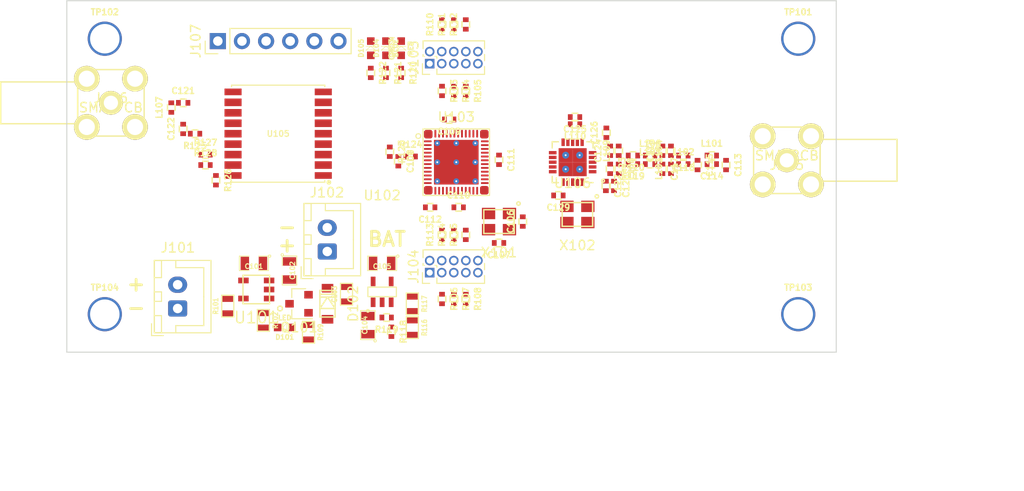
<source format=kicad_pcb>
(kicad_pcb (version 20211014) (generator pcbnew)
  (layers (0 "F.Cu" signal) (1 "In1.Cu" signal) (2 "In2.Cu" signal) (31 "B.Cu" signal) (34 "B.Paste" user) (35 "F.Paste" user) (36 "B.SilkS" user "B.Silkscreen") (37 "F.SilkS" user "F.Silkscreen") (38 "B.Mask" user) (39 "F.Mask" user) (44 "Edge.Cuts" user))
  (net 0 "")
  (net 1 "GND")
  (net 2 "Net-(C102-Pad2)")
  (net 3 "VCC")
  (net 4 "+3V3")
  (net 5 "/~{MCLR}")
  (net 6 "Net-(D101-PadK)")
  (net 7 "/PGD")
  (net 8 "/PGC")
  (net 9 "Net-(R101-Pad2)")
  (net 10 "Net-(R102-Pad1)")
  (net 11 "/BMON")
  (net 12 "+5V")
  (net 13 "Net-(C121-Pad1)")
  (net 14 "Net-(C121-Pad2)")
  (net 23 "Net-(C114-Pad1)")
  (net 24 "Net-(C117-Pad2)")
  (net 25 "/RF_SYSCLK")
  (net 26 "/~{RF_CS}")
  (net 27 "/RF_CLK")
  (net 28 "/RF_MISO")
  (net 29 "/RF_MOSI")
  (net 30 "/RF_IRQ")
  (net 31 "/GPS_SDA")
  (net 32 "/GPS_SCL")
  (net 33 "/GPS_TXD")
  (net 34 "/GPS_RXD")
  (net 35 "/GPS_WAKE")
  (net 36 "/GPS_~{RST}")
  (net 38 "Net-(C106-Pad1)")
  (net 39 "Net-(C107-Pad1)")
  (net 40 "Net-(C113-Pad2)")
  (net 41 "Net-(C116-Pad1)")
  (net 42 "Net-(C119-Pad1)")
  (net 43 "Net-(C119-Pad2)")
  (net 44 "Net-(C120-Pad1)")
  (net 45 "Net-(C120-Pad2)")
  (net 46 "Net-(C122-Pad2)")
  (net 47 "Net-(C125-Pad1)")
  (net 48 "Net-(C125-Pad2)")
  (net 49 "Net-(D103-PadA)")
  (net 50 "Net-(D104-PadA)")
  (net 51 "Net-(D105-PadA)")
  (net 55 "Net-(U106-Pad19)")
  (net 56 "Net-(U106-Pad20)")
  (net 58 "/GPS_PPS")
  (net 59 "/left_0")
  (net 60 "/left_1")
  (net 61 "/left_2")
  (net 62 "/left_3")
  (net 63 "/left_4")
  (net 64 "/left_5")
  (net 65 "Net-(J103-Pad3)")
  (net 66 "Net-(J103-Pad4)")
  (net 67 "Net-(J103-Pad5)")
  (net 68 "Net-(J103-Pad6)")
  (net 69 "Net-(J103-Pad7)")
  (net 70 "Net-(J103-Pad8)")
  (net 71 "Net-(J104-Pad3)")
  (net 72 "Net-(J104-Pad4)")
  (net 73 "Net-(J104-Pad5)")
  (net 74 "Net-(J104-Pad6)")
  (net 75 "Net-(J104-Pad7)")
  (net 76 "Net-(J104-Pad8)")
  (net 77 "/right_3")
  (net 78 "/right_4")
  (net 79 "/right_5")
  (net 80 "/right_0")
  (net 81 "/right_1")
  (net 82 "/right_2")
  (net 83 "Net-(R120-Pad1)")
  (net 84 "Net-(R122-Pad1)")
  (net 85 "Net-(R118-Pad2)")
  (net 86 "Net-(R121-Pad1)")
  (net 87 "Net-(R124-Pad1)")
  (net 88 "Net-(R125-Pad2)")
  (net 89 "Net-(R126-Pad2)")
  (footprint "General_SMD:SM0402" (layer "F.Cu") (at 121.9 93.3)
    (fp_text reference "C116" (at 0 1.27) (layer "F.SilkS") (effects (font (size 0.635 0.635))))
    (fp_text value "12pF" hide)
    (pad "1" smd rect locked (at -0.5 0) (size 0.5 0.6) (layers "F.Cu" "F.Paste" "F.Mask") (net 41 "Net-(C116-Pad1)"))
    (pad "2" smd rect locked (at 0.5 0) (size 0.5 0.6) (layers "F.Cu" "F.Paste" "F.Mask") (net 23 "Net-(C114-Pad1)"))
  )
  (footprint "Mounting_Holes:3.1mm_Plated" (layer "F.Cu") (at 134 110)
    (fp_text reference "TP103" (at 0 -2.8) (layer "F.SilkS") (effects (font (size 0.635 0.635))))
    (fp_text value "TP1")
    (pad "1" thru_hole circle locked (at 0 0) (size 3.6 3.6) (drill 3.1) (layers *.Cu *.Mask) (net 1 "GND") (clearance 0.3))
  )
  (footprint "General_SMD:SM0402" (layer "F.Cu") (at 99 79.5 -90)
    (fp_text reference "R112" (at 0 1.27 -90) (layer "F.SilkS") (effects (font (size 0.635 0.635))))
    (fp_text value "100" hide)
    (pad "1" smd rect locked (at -0.5 0 270) (size 0.5 0.6) (layers "F.Cu" "F.Paste" "F.Mask") (net 61 "/left_2"))
    (pad "2" smd rect locked (at 0.5 0 270) (size 0.5 0.6) (layers "F.Cu" "F.Paste" "F.Mask") (net 70 "Net-(J103-Pad8)"))
  )
  (footprint "Connectors_RF:SMA_RA_PCB_Amphenol" (layer "F.Cu") (at 132.8 93.8)
    (fp_text reference "J105" (at 0 0.5) (layer "F.SilkS"))
    (fp_text value "SMA_PCB" (at 0 -0.5) (layer "F.SilkS"))
    (pad "1" thru_hole circle locked (at 0 0) (size 2.5 2.5) (drill 1.5) (layers *.Cu *.Mask "F.SilkS") (net 40 "Net-(C113-Pad2)"))
    (pad "2" thru_hole circle locked (at -2.54 2.54) (size 2.7 2.7) (drill 1.7) (layers *.Cu *.Mask "F.SilkS") (net 1 "GND"))
    (pad "2" thru_hole circle locked (at 2.54 -2.54) (size 2.7 2.7) (drill 1.7) (layers *.Cu *.Mask "F.SilkS") (net 1 "GND"))
    (pad "2" thru_hole circle locked (at -2.54 -2.54) (size 2.7 2.7) (drill 1.7) (layers *.Cu *.Mask "F.SilkS") (net 1 "GND"))
    (pad "2" thru_hole circle locked (at 2.54 2.54) (size 2.7 2.7) (drill 1.7) (layers *.Cu *.Mask "F.SilkS") (net 1 "GND"))
  )
  (footprint "General_SMD:SM0402" (layer "F.Cu") (at 115.1 92.8 -90)
    (fp_text reference "L109" (at 0 1.27 -90) (layer "F.SilkS") (effects (font (size 0.635 0.635))))
    (fp_text value "150nH" hide)
    (pad "1" smd rect locked (at -0.5 0 270) (size 0.5 0.6) (layers "F.Cu" "F.Paste" "F.Mask") (net 1 "GND"))
    (pad "2" smd rect locked (at 0.5 0 270) (size 0.5 0.6) (layers "F.Cu" "F.Paste" "F.Mask") (net 44 "Net-(C120-Pad1)"))
  )
  (footprint "General_SMD:SM0402" (layer "F.Cu") (at 97.75 101.65 -90)
    (fp_text reference "R114" (at 0 1.27 -90) (layer "F.SilkS") (effects (font (size 0.635 0.635))))
    (fp_text value "100" hide)
    (pad "1" smd rect locked (at -0.5 0 270) (size 0.5 0.6) (layers "F.Cu" "F.Paste" "F.Mask") (net 81 "/right_1"))
    (pad "2" smd rect locked (at 0.5 0 270) (size 0.5 0.6) (layers "F.Cu" "F.Paste" "F.Mask") (net 74 "Net-(J104-Pad6)"))
  )
  (footprint "General_SMD:LED-0603" (layer "F.Cu") (at 79.945 111.4 180)
    (fp_text reference "D101" (at 0 -1.016) (layer "F.SilkS") (effects (font (size 0.508 0.508) (thickness 0.127))))
    (fp_text value "LED" (at 0 1.016) (layer "F.SilkS") (effects (font (size 0.508 0.508) (thickness 0.127))))
    (pad "A" smd rect locked (at -0.7493 0 180) (size 0.79756 0.79756) (layers "F.Cu" "F.Paste" "F.Mask") (net 12 "+5V"))
    (pad "K" smd rect locked (at 0.7493 0 180) (size 0.79756 0.79756) (layers "F.Cu" "F.Paste" "F.Mask") (net 6 "Net-(D101-PadK)"))
  )
  (footprint "Connector_JST:JST_XH_B2B-XH-A_1x02_P2.50mm_Vertical" (layer "F.Cu") (at 68.67 109.4 90)
    (fp_text reference "J101" (at 6.4 0.025 180) (layer "F.SilkS"))
    (fp_text value "5V Connector")
    (pad "1" thru_hole roundrect (at 0 0 90) (size 1.7 2) (drill 1) (layers *.Cu *.Mask) (roundrect_rratio 0.147059) (net 1 "GND"))
    (pad "2" thru_hole oval (at 2.5 0 90) (size 1.7 2) (drill 1) (layers *.Cu *.Mask) (net 12 "+5V"))
  )
  (footprint "QFN:DSPIC33_QFN48_UTPQF_6x6_0.4mm" (layer "F.Cu") (at 98 94)
    (fp_text reference "U103" (at 0 -4.75 unlocked) (layer "F.SilkS"))
    (fp_text value "DSPIC33CK64MC105" hide)
    (pad "1" smd roundrect (at -3 -2.2) (size 0.8 0.2) (layers "F.Cu" "F.Paste" "F.Mask") (net 35 "/GPS_WAKE"))
    (pad "2" smd roundrect (at -3 -1.8) (size 0.8 0.2) (layers "F.Cu" "F.Paste" "F.Mask") (net 58 "/GPS_PPS"))
    (pad "3" smd roundrect (at -3 -1.4) (size 0.8 0.2) (layers "F.Cu" "F.Paste" "F.Mask") (net 34 "/GPS_RXD"))
    (pad "4" smd roundrect (at -3 -1) (size 0.8 0.2) (layers "F.Cu" "F.Paste" "F.Mask") (net 33 "/GPS_TXD"))
    (pad "5" smd roundrect (at -3 -0.6) (size 0.8 0.2) (layers "F.Cu" "F.Paste" "F.Mask") (net 87 "Net-(R124-Pad1)"))
    (pad "6" smd roundrect (at -3 -0.2) (size 0.8 0.2) (layers "F.Cu" "F.Paste" "F.Mask") (net 59 "/left_0"))
    (pad "7" smd roundrect (at -3 0.2) (size 0.8 0.2) (layers "F.Cu" "F.Paste" "F.Mask") (net 60 "/left_1"))
    (pad "8" smd roundrect (at -3 0.6) (size 0.8 0.2) (layers "F.Cu" "F.Paste" "F.Mask") (net 61 "/left_2"))
    (pad "9" smd roundrect (at -3 1) (size 0.8 0.2) (layers "F.Cu" "F.Paste" "F.Mask") (net 62 "/left_3"))
    (pad "10" smd roundrect (at -3 1.4) (size 0.8 0.2) (layers "F.Cu" "F.Paste" "F.Mask") (net 63 "/left_4"))
    (pad "11" smd roundrect (at -3 1.8) (size 0.8 0.2) (layers "F.Cu" "F.Paste" "F.Mask") (net 64 "/left_5"))
    (pad "12" smd roundrect (at -3 2.2) (size 0.8 0.2) (layers "F.Cu" "F.Paste" "F.Mask") (net 11 "/BMON"))
    (pad "13" smd roundrect (at -2.2 3 90) (size 0.8 0.2) (layers "F.Cu" "F.Paste" "F.Mask") (net 4 "+3V3"))
    (pad "14" smd roundrect (at -1.8 3 90) (size 0.8 0.2) (layers "F.Cu" "F.Paste" "F.Mask") (net 1 "GND"))
    (pad "15" smd roundrect (at -1.4 3 90) (size 0.8 0.2) (layers "F.Cu" "F.Paste" "F.Mask") (net 30 "/RF_IRQ"))
    (pad "16" smd roundrect (at -1 3 90) (size 0.8 0.2) (layers "F.Cu" "F.Paste" "F.Mask") (net 80 "/right_0"))
    (pad "17" smd roundrect (at -0.6 3 90) (size 0.8 0.2) (layers "F.Cu" "F.Paste" "F.Mask") (net 81 "/right_1"))
    (pad "18" smd roundrect (at -0.2 3 90) (size 0.8 0.2) (layers "F.Cu" "F.Paste" "F.Mask") (net 4 "+3V3"))
    (pad "19" smd roundrect (at 0.2 3 90) (size 0.8 0.2) (layers "F.Cu" "F.Paste" "F.Mask") (net 1 "GND"))
    (pad "20" smd roundrect (at 0.6 3 90) (size 0.8 0.2) (layers "F.Cu" "F.Paste" "F.Mask") (net 82 "/right_2"))
    (pad "21" smd roundrect (at 1 3 90) (size 0.8 0.2) (layers "F.Cu" "F.Paste" "F.Mask") (net 39 "Net-(C107-Pad1)"))
    (pad "22" smd roundrect (at 1.4 3 90) (size 0.8 0.2) (layers "F.Cu" "F.Paste" "F.Mask") (net 38 "Net-(C106-Pad1)"))
    (pad "23" smd roundrect (at 1.8 3 90) (size 0.8 0.2) (layers "F.Cu" "F.Paste" "F.Mask") (net 77 "/right_3"))
    (pad "24" smd roundrect (at 2.2 3 90) (size 0.8 0.2) (layers "F.Cu" "F.Paste" "F.Mask") (net 78 "/right_4"))
    (pad "25" smd roundrect (at 3 2.2) (size 0.8 0.2) (layers "F.Cu" "F.Paste" "F.Mask") (net 79 "/right_5"))
    (pad "26" smd roundrect (at 3 1.8) (size 0.8 0.2) (layers "F.Cu" "F.Paste" "F.Mask"))
    (pad "27" smd roundrect (at 3 1.4) (size 0.8 0.2) (layers "F.Cu" "F.Paste" "F.Mask") (net 26 "/~{RF_CS}"))
    (pad "28" smd roundrect (at 3 1) (size 0.8 0.2) (layers "F.Cu" "F.Paste" "F.Mask") (net 27 "/RF_CLK"))
    (pad "29" smd roundrect (at 3 0.6) (size 0.8 0.2) (layers "F.Cu" "F.Paste" "F.Mask") (net 28 "/RF_MISO"))
    (pad "30" smd roundrect (at 3 0.2) (size 0.8 0.2) (layers "F.Cu" "F.Paste" "F.Mask") (net 29 "/RF_MOSI"))
    (pad "31" smd roundrect (at 3 -0.2) (size 0.8 0.2) (layers "F.Cu" "F.Paste" "F.Mask") (net 1 "GND"))
    (pad "32" smd roundrect (at 3 -0.6) (size 0.8 0.2) (layers "F.Cu" "F.Paste" "F.Mask") (net 4 "+3V3"))
    (pad "33" smd roundrect (at 3 -1) (size 0.8 0.2) (layers "F.Cu" "F.Paste" "F.Mask") (net 7 "/PGD"))
    (pad "34" smd roundrect (at 3 -1.4) (size 0.8 0.2) (layers "F.Cu" "F.Paste" "F.Mask") (net 8 "/PGC"))
    (pad "35" smd roundrect (at 3 -1.8) (size 0.8 0.2) (layers "F.Cu" "F.Paste" "F.Mask"))
    (pad "36" smd roundrect (at 3 -2.2) (size 0.8 0.2) (layers "F.Cu" "F.Paste" "F.Mask") (net 32 "/GPS_SCL"))
    (pad "37" smd roundrect (at 2.2 -3 90) (size 0.8 0.2) (layers "F.Cu" "F.Paste" "F.Mask") (net 31 "/GPS_SDA"))
    (pad "38" smd roundrect (at 1.8 -3 90) (size 0.8 0.2) (layers "F.Cu" "F.Paste" "F.Mask"))
    (pad "39" smd roundrect (at 1.4 -3 90) (size 0.8 0.2) (layers "F.Cu" "F.Paste" "F.Mask"))
    (pad "40" smd roundrect (at 1 -3 90) (size 0.8 0.2) (layers "F.Cu" "F.Paste" "F.Mask"))
    (pad "41" smd roundrect (at 0.6 -3 90) (size 0.8 0.2) (layers "F.Cu" "F.Paste" "F.Mask"))
    (pad "42" smd roundrect (at 0.2 -3 90) (size 0.8 0.2) (layers "F.Cu" "F.Paste" "F.Mask") (net 1 "GND"))
    (pad "43" smd roundrect (at -0.2 -3 90) (size 0.8 0.2) (layers "F.Cu" "F.Paste" "F.Mask") (net 4 "+3V3"))
    (pad "44" smd roundrect (at -0.6 -3 90) (size 0.8 0.2) (layers "F.Cu" "F.Paste" "F.Mask"))
    (pad "45" smd roundrect (at -1 -3 90) (size 0.8 0.2) (layers "F.Cu" "F.Paste" "F.Mask"))
    (pad "46" smd roundrect (at -1.4 -3 90) (size 0.8 0.2) (layers "F.Cu" "F.Paste" "F.Mask") (net 83 "Net-(R120-Pad1)"))
    (pad "47" smd roundrect (at -1.8 -3 90) (size 0.8 0.2) (layers "F.Cu" "F.Paste" "F.Mask") (net 86 "Net-(R121-Pad1)"))
    (pad "48" smd roundrect (at -2.2 -3 90) (size 0.8 0.2) (layers "F.Cu" "F.Paste" "F.Mask") (net 84 "Net-(R122-Pad1)"))
    (pad "49" smd roundrect (at -2.95 -2.95 90) (size 0.9 0.9) (layers "F.Cu" "F.Paste" "F.Mask") (net 1 "GND"))
    (pad "49" thru_hole circle (at 0 2 90) (size 0.6 0.6) (drill 0.2) (layers *.Cu *.Mask) (net 1 "GND"))
    (pad "49" smd rect (at 0 0 90) (size 4.7 4.7) (layers "F.Cu" "F.Paste" "F.Mask") (net 1 "GND"))
    (pad "49" thru_hole circle (at 0 -2 90) (size 0.6 0.6) (drill 0.2) (layers *.Cu *.Mask) (net 1 "GND"))
    (pad "49" thru_hole circle (at -2 0 90) (size 0.6 0.6) (drill 0.2) (layers *.Cu *.Mask) (net 1 "GND"))
    (pad "49" thru_hole circle (at 0 0 90) (size 0.6 0.6) (drill 0.2) (layers *.Cu *.Mask) (net 1 "GND"))
    (pad "49" thru_hole circle (at -2 2 90) (size 0.6 0.6) (drill 0.2) (layers *.Cu *.Mask) (net 1 "GND"))
    (pad "49" thru_hole circle (at 2 0 90) (size 0.6 0.6) (drill 0.2) (layers *.Cu *.Mask) (net 1 "GND"))
    (pad "49" thru_hole circle (at -2 -2 90) (size 0.6 0.6) (drill 0.2) (layers *.Cu *.Mask) (net 1 "GND"))
    (pad "49" smd roundrect (at 2.95 2.95 90) (size 0.9 0.9) (layers "F.Cu" "F.Paste" "F.Mask") (net 1 "GND"))
    (pad "49" smd roundrect (at -2.95 2.95 90) (size 0.9 0.9) (layers "F.Cu" "F.Paste" "F.Mask") (net 1 "GND"))
    (pad "49" thru_hole circle (at 2 2 90) (size 0.6 0.6) (drill 0.2) (layers *.Cu *.Mask) (net 1 "GND"))
    (pad "49" smd roundrect (at 2.95 -2.95 90) (size 0.9 0.9) (layers "F.Cu" "F.Paste" "F.Mask") (net 1 "GND"))
    (pad "49" thru_hole circle (at 2 -2 90) (size 0.6 0.6) (drill 0.2) (layers *.Cu *.Mask) (net 1 "GND"))
  )
  (footprint "General_SMD:SM0402" (layer "F.Cu") (at 97.75 86.5 90)
    (fp_text reference "R104" (at 0 1.27 90) (layer "F.SilkS") (effects (font (size 0.635 0.635))))
    (fp_text value "100" hide)
    (pad "1" smd rect locked (at -0.5 0 90) (size 0.5 0.6) (layers "F.Cu" "F.Paste" "F.Mask") (net 63 "/left_4"))
    (pad "2" smd rect locked (at 0.5 0 90) (size 0.5 0.6) (layers "F.Cu" "F.Paste" "F.Mask") (net 67 "Net-(J103-Pad5)"))
  )
  (footprint "General_SMD:SM0402" (layer "F.Cu") (at 102.5 102.5)
    (fp_text reference "C107" (at 0 1.27) (layer "F.SilkS") (effects (font (size 0.635 0.635))))
    (fp_text value "8pF" hide)
    (pad "1" smd rect locked (at -0.5 0) (size 0.5 0.6) (layers "F.Cu" "F.Paste" "F.Mask") (net 39 "Net-(C107-Pad1)"))
    (pad "2" smd rect locked (at 0.5 0) (size 0.5 0.6) (layers "F.Cu" "F.Paste" "F.Mask") (net 1 "GND"))
  )
  (footprint "General_SMD:SM0402" (layer "F.Cu") (at 96.5 101.65 -90)
    (fp_text reference "R113" (at 0 1.27 -90) (layer "F.SilkS") (effects (font (size 0.635 0.635))))
    (fp_text value "100" hide)
    (pad "1" smd rect locked (at -0.5 0 270) (size 0.5 0.6) (layers "F.Cu" "F.Paste" "F.Mask") (net 80 "/right_0"))
    (pad "2" smd rect locked (at 0.5 0 270) (size 0.5 0.6) (layers "F.Cu" "F.Paste" "F.Mask") (net 72 "Net-(J104-Pad4)"))
  )
  (footprint "General_SMD:SM0805" (layer "F.Cu") (at 76.695 104.65 180)
    (fp_text reference "C101" (at 0 -0.3175 180) (layer "F.SilkS") (effects (font (size 0.50038 0.50038) (thickness 0.10922))))
    (fp_text value "4.7uF" hide)
    (pad "1" smd rect locked (at -0.9525 0 180) (size 0.889 1.397) (layers "F.Cu" "F.Paste" "F.Mask") (net 1 "GND"))
    (pad "2" smd rect locked (at 0.9525 0 180) (size 0.889 1.397) (layers "F.Cu" "F.Paste" "F.Mask") (net 12 "+5V"))
  )
  (footprint "General_SMD:LED-0603" (layer "F.Cu") (at 92.2 82 90)
    (fp_text reference "D103" (at 0 -1.016 90) (layer "F.SilkS") (effects (font (size 0.508 0.508) (thickness 0.127))))
    (fp_text value "RED" (at 0 1.016 90) (layer "F.SilkS") (effects (font (size 0.508 0.508) (thickness 0.127))))
    (pad "A" smd rect locked (at -0.7493 0 90) (size 0.79756 0.79756) (layers "F.Cu" "F.Paste" "F.Mask") (net 49 "Net-(D103-PadA)"))
    (pad "K" smd rect locked (at 0.7493 0 90) (size 0.79756 0.79756) (layers "F.Cu" "F.Paste" "F.Mask") (net 1 "GND"))
  )
  (footprint "General_SMD:SM0603" (layer "F.Cu") (at 82.445 111.9 -90)
    (fp_text reference "R109" (at 0 -1.27 -90) (layer "F.SilkS") (effects (font (size 0.508 0.4572) (thickness 0.1143))))
    (fp_text value "12k" hide)
    (pad "1" smd rect locked (at -0.762 0 270) (size 0.635 1.143) (layers "F.Cu" "F.Paste" "F.Mask") (net 12 "+5V"))
    (pad "2" smd rect locked (at 0.762 0 270) (size 0.635 1.143) (layers "F.Cu" "F.Paste" "F.Mask") (net 1 "GND"))
  )
  (footprint "General_SMD:SM0402" (layer "F.Cu") (at 124.9 94.2)
    (fp_text reference "C114" (at 0 1.27) (layer "F.SilkS") (effects (font (size 0.635 0.635))))
    (fp_text value "6.8pF" hide)
    (pad "1" smd rect locked (at -0.5 0) (size 0.5 0.6) (layers "F.Cu" "F.Paste" "F.Mask") (net 23 "Net-(C114-Pad1)"))
    (pad "2" smd rect locked (at 0.5 0) (size 0.5 0.6) (layers "F.Cu" "F.Paste" "F.Mask") (net 40 "Net-(C113-Pad2)"))
  )
  (footprint "General_SMD:SM0402" (layer "F.Cu") (at 69.25 87.75 180)
    (fp_text reference "C121" (at 0 1.27 180) (layer "F.SilkS") (effects (font (size 0.635 0.635))))
    (fp_text value "10pF" hide)
    (pad "1" smd rect locked (at -0.5 0 180) (size 0.5 0.6) (layers "F.Cu" "F.Paste" "F.Mask") (net 13 "Net-(C121-Pad1)"))
    (pad "2" smd rect locked (at 0.5 0 180) (size 0.5 0.6) (layers "F.Cu" "F.Paste" "F.Mask") (net 14 "Net-(C121-Pad2)"))
  )
  (footprint "General_SMD:SM0402" (layer "F.Cu") (at 102.5 93.75 90)
    (fp_text reference "C111" (at 0 1.27 90) (layer "F.SilkS") (effects (font (size 0.635 0.635))))
    (fp_text value "100nF" hide)
    (pad "1" smd rect locked (at -0.5 0 90) (size 0.5 0.6) (layers "F.Cu" "F.Paste" "F.Mask") (net 1 "GND"))
    (pad "2" smd rect locked (at 0.5 0 90) (size 0.5 0.6) (layers "F.Cu" "F.Paste" "F.Mask") (net 4 "+3V3"))
  )
  (footprint "General_SMD:SM0402" (layer "F.Cu") (at 68 88.25 -90)
    (fp_text reference "L107" (at 0 1.27 -90) (layer "F.SilkS") (effects (font (size 0.635 0.635))))
    (fp_text value "IND_0402" hide)
    (pad "1" smd rect locked (at -0.5 0 270) (size 0.5 0.6) (layers "F.Cu" "F.Paste" "F.Mask") (net 14 "Net-(C121-Pad2)"))
    (pad "2" smd rect locked (at 0.5 0 270) (size 0.5 0.6) (layers "F.Cu" "F.Paste" "F.Mask") (net 46 "Net-(C122-Pad2)"))
  )
  (footprint "General_SMD:SM0805" (layer "F.Cu") (at 88.695 111.15 90)
    (fp_text reference "C104" (at 0 -0.3175 90) (layer "F.SilkS") (effects (font (size 0.50038 0.50038) (thickness 0.10922))))
    (fp_text value "4.7uF" hide)
    (pad "1" smd rect locked (at -0.9525 0 90) (size 0.889 1.397) (layers "F.Cu" "F.Paste" "F.Mask") (net 1 "GND"))
    (pad "2" smd rect locked (at 0.9525 0 90) (size 0.889 1.397) (layers "F.Cu" "F.Paste" "F.Mask") (net 3 "VCC"))
  )
  (footprint "General_SMD:SM0402" (layer "F.Cu") (at 70.499999 90.999999)
    (fp_text reference "R125" (at 0 1.27) (layer "F.SilkS") (effects (font (size 0.635 0.635))))
    (fp_text value "10R" hide)
    (pad "1" smd rect locked (at -0.5 0) (size 0.5 0.6) (layers "F.Cu" "F.Paste" "F.Mask") (net 46 "Net-(C122-Pad2)"))
    (pad "2" smd rect locked (at 0.5 0) (size 0.5 0.6) (layers "F.Cu" "F.Paste" "F.Mask") (net 88 "Net-(R125-Pad2)"))
  )
  (footprint "Connectors_RF:SMA_RA_PCB_Amphenol" (layer "F.Cu") (at 61.6425 87.75 180)
    (fp_text reference "J106" (at 0 0.5) (layer "F.SilkS"))
    (fp_text value "SMA_PCB" (at 0 -0.5) (layer "F.SilkS"))
    (pad "1" thru_hole circle locked (at 0 0 180) (size 2.5 2.5) (drill 1.5) (layers *.Cu *.Mask "F.SilkS") (net 14 "Net-(C121-Pad2)"))
    (pad "2" thru_hole circle locked (at 2.54 2.54 180) (size 2.7 2.7) (drill 1.7) (layers *.Cu *.Mask "F.SilkS") (net 1 "GND"))
    (pad "2" thru_hole circle locked (at -2.54 -2.54 180) (size 2.7 2.7) (drill 1.7) (layers *.Cu *.Mask "F.SilkS") (net 1 "GND"))
    (pad "2" thru_hole circle locked (at 2.54 -2.54 180) (size 2.7 2.7) (drill 1.7) (layers *.Cu *.Mask "F.SilkS") (net 1 "GND"))
    (pad "2" thru_hole circle locked (at -2.54 2.54 180) (size 2.7 2.7) (drill 1.7) (layers *.Cu *.Mask "F.SilkS") (net 1 "GND"))
  )
  (footprint "General_SMD:SM0402" (layer "F.Cu") (at 93.2 93.4 180)
    (fp_text reference "R124" (at 0 1.27 180) (layer "F.SilkS") (effects (font (size 0.635 0.635))))
    (fp_text value "470" hide)
    (pad "1" smd rect locked (at -0.5 0 180) (size 0.5 0.6) (layers "F.Cu" "F.Paste" "F.Mask") (net 87 "Net-(R124-Pad1)"))
    (pad "2" smd rect locked (at 0.5 0 180) (size 0.5 0.6) (layers "F.Cu" "F.Paste" "F.Mask") (net 5 "/~{MCLR}"))
  )
  (footprint "General_SMD:LED-0603" (layer "F.Cu") (at 90.6 82 90)
    (fp_text reference "D104" (at 0 -1.016 90) (layer "F.SilkS") (effects (font (size 0.508 0.508) (thickness 0.127))))
    (fp_text value "BLUE" (at 0 1.016 90) (layer "F.SilkS") (effects (font (size 0.508 0.508) (thickness 0.127))))
    (pad "A" smd rect locked (at -0.7493 0 90) (size 0.79756 0.79756) (layers "F.Cu" "F.Paste" "F.Mask") (net 50 "Net-(D104-PadA)"))
    (pad "K" smd rect locked (at 0.7493 0 90) (size 0.79756 0.79756) (layers "F.Cu" "F.Paste" "F.Mask") (net 1 "GND"))
  )
  (footprint "Mounting_Holes:3.1mm_Plated" (layer "F.Cu") (at 134 81)
    (fp_text reference "TP101" (at 0 -2.8) (layer "F.SilkS") (effects (font (size 0.635 0.635))))
    (fp_text value "TP1")
    (pad "1" thru_hole circle locked (at 0 0) (size 3.6 3.6) (drill 3.1) (layers *.Cu *.Mask) (net 1 "GND") (clearance 0.3))
  )
  (footprint "General_SMD:LED-0603" (layer "F.Cu") (at 89 82 90)
    (fp_text reference "D105" (at 0 -1.016 90) (layer "F.SilkS") (effects (font (size 0.508 0.508) (thickness 0.127))))
    (fp_text value "GREEN" (at 0 2.216 90) (layer "F.SilkS") (effects (font (size 0.508 0.508) (thickness 0.127))))
    (pad "A" smd rect locked (at -0.7493 0 90) (size 0.79756 0.79756) (layers "F.Cu" "F.Paste" "F.Mask") (net 51 "Net-(D105-PadA)"))
    (pad "K" smd rect locked (at 0.7493 0 90) (size 0.79756 0.79756) (layers "F.Cu" "F.Paste" "F.Mask") (net 1 "GND"))
  )
  (footprint "SOT:SOT23-5" (layer "F.Cu") (at 76.945 107.4 90)
    (fp_text reference "U101" (at -2.95 0) (layer "F.SilkS") (effects (font (size 1.2 1.2))))
    (fp_text value "MCP73821_2_SOT-23-5")
    (pad "1" smd rect locked (at -0.95 1.35 90) (size 0.6 1.1) (layers "F.Cu" "F.Paste" "F.Mask") (net 10 "Net-(R102-Pad1)"))
    (pad "2" smd rect locked (at 0 1.35 90) (size 0.6 1.1) (layers "F.Cu" "F.Paste" "F.Mask") (net 1 "GND"))
    (pad "3" smd rect locked (at 0.95 1.35 90) (size 0.6 1.1) (layers "F.Cu" "F.Paste" "F.Mask") (net 2 "Net-(C102-Pad2)"))
    (pad "4" smd rect locked (at 0.95 -1.35 90) (size 0.6 1.1) (layers "F.Cu" "F.Paste" "F.Mask") (net 12 "+5V"))
    (pad "5" smd rect locked (at -0.95 -1.35 90) (size 0.6 1.1) (layers "F.Cu" "F.Paste" "F.Mask") (net 9 "Net-(R101-Pad2)"))
  )
  (footprint "General_SMD:SM0402" (layer "F.Cu") (at 119.7 94.7 90)
    (fp_text reference "C117" (at 0 1.27 90) (layer "F.SilkS") (effects (font (size 0.635 0.635))))
    (fp_text value "12pF" hide)
    (pad "1" smd rect locked (at -0.5 0 90) (size 0.5 0.6) (layers "F.Cu" "F.Paste" "F.Mask") (net 1 "GND"))
    (pad "2" smd rect locked (at 0.5 0 90) (size 0.5 0.6) (layers "F.Cu" "F.Paste" "F.Mask") (net 24 "Net-(C117-Pad2)"))
  )
  (footprint "General_SMD:SM0402" (layer "F.Cu") (at 96.5 86.5 90)
    (fp_text reference "R103" (at 0 1.27 90) (layer "F.SilkS") (effects (font (size 0.635 0.635))))
    (fp_text value "100" hide)
    (pad "1" smd rect locked (at -0.5 0 90) (size 0.5 0.6) (layers "F.Cu" "F.Paste" "F.Mask") (net 62 "/left_3"))
    (pad "2" smd rect locked (at 0.5 0 90) (size 0.5 0.6) (layers "F.Cu" "F.Paste" "F.Mask") (net 65 "Net-(J103-Pad3)"))
  )
  (footprint "General_SMD:SM0402" (layer "F.Cu") (at 69.25 90.5 -90)
    (fp_text reference "C122" (at 0 1.27 -90) (layer "F.SilkS") (effects (font (size 0.635 0.635))))
    (fp_text value "10pF" hide)
    (pad "1" smd rect locked (at -0.5 0 270) (size 0.5 0.6) (layers "F.Cu" "F.Paste" "F.Mask") (net 1 "GND"))
    (pad "2" smd rect locked (at 0.5 0 270) (size 0.5 0.6) (layers "F.Cu" "F.Paste" "F.Mask") (net 46 "Net-(C122-Pad2)"))
  )
  (footprint "General_SMD:SM0402" (layer "F.Cu") (at 119.7 92.8 -90)
    (fp_text reference "C118" (at 0 1.27 -90) (layer "F.SilkS") (effects (font (size 0.635 0.635))))
    (fp_text value "NP" hide)
    (pad "1" smd rect locked (at -0.5 0 270) (size 0.5 0.6) (layers "F.Cu" "F.Paste" "F.Mask") (net 1 "GND"))
    (pad "2" smd rect locked (at 0.5 0 270) (size 0.5 0.6) (layers "F.Cu" "F.Paste" "F.Mask") (net 41 "Net-(C116-Pad1)"))
  )
  (footprint "General_SMD:SM0402" (layer "F.Cu") (at 110.5 89.25)
    (fp_text reference "C125" (at 0 1.27) (layer "F.SilkS") (effects (font (size 0.635 0.635))))
    (fp_text value "NP" hide)
    (pad "1" smd rect locked (at -0.5 0) (size 0.5 0.6) (layers "F.Cu" "F.Paste" "F.Mask") (net 47 "Net-(C125-Pad1)"))
    (pad "2" smd rect locked (at 0.5 0) (size 0.5 0.6) (layers "F.Cu" "F.Paste" "F.Mask") (net 48 "Net-(C125-Pad2)"))
  )
  (footprint "General_SMD:SM0402" (layer "F.Cu") (at 120.6 94.7 -90)
    (fp_text reference "L103" (at 0 1.27 -90) (layer "F.SilkS") (effects (font (size 0.635 0.635))))
    (fp_text value "NC" hide)
    (pad "1" smd rect locked (at -0.5 0 270) (size 0.5 0.6) (layers "F.Cu" "F.Paste" "F.Mask") (net 24 "Net-(C117-Pad2)"))
    (pad "2" smd rect locked (at 0.5 0 270) (size 0.5 0.6) (layers "F.Cu" "F.Paste" "F.Mask") (net 1 "GND"))
  )
  (footprint "General_SMD:SM0603" (layer "F.Cu") (at 86.445 107.9 90)
    (fp_text reference "C103" (at 0 -1.27 90) (layer "F.SilkS") (effects (font (size 0.508 0.4572) (thickness 0.1143))))
    (fp_text value "1uF" hide)
    (pad "1" smd rect locked (at -0.762 0 90) (size 0.635 1.143) (layers "F.Cu" "F.Paste" "F.Mask") (net 1 "GND"))
    (pad "2" smd rect locked (at 0.762 0 90) (size 0.635 1.143) (layers "F.Cu" "F.Paste" "F.Mask") (net 3 "VCC"))
  )
  (footprint "General_SMD:SM0402" (layer "F.Cu") (at 89 84.6 90)
    (fp_text reference "R122" (at 0 1.27 90) (layer "F.SilkS") (effects (font (size 0.635 0.635))))
    (fp_text value "330" hide)
    (pad "1" smd rect locked (at -0.5 0 90) (size 0.5 0.6) (layers "F.Cu" "F.Paste" "F.Mask") (net 84 "Net-(R122-Pad1)"))
    (pad "2" smd rect locked (at 0.5 0 90) (size 0.5 0.6) (layers "F.Cu" "F.Paste" "F.Mask") (net 51 "Net-(D105-PadA)"))
  )
  (footprint "General_SMD:SM0402" (layer "F.Cu") (at 71.6 93.2 180)
    (fp_text reference "R127" (at 0 1.27 180) (layer "F.SilkS") (effects (font (size 0.635 0.635))))
    (fp_text value "NC" hide)
    (pad "1" smd rect locked (at -0.5 0 180) (size 0.5 0.6) (layers "F.Cu" "F.Paste" "F.Mask") (net 31 "/GPS_SDA"))
    (pad "2" smd rect locked (at 0.5 0 180) (size 0.5 0.6) (layers "F.Cu" "F.Paste" "F.Mask") (net 4 "+3V3"))
  )
  (footprint "UBlox:MAX-M8" (layer "F.Cu") (at 79.25 91 180)
    (fp_text reference "U105" (at 0 0) (layer "F.SilkS") (effects (font (size 0.6096 0.6096) (thickness 0.12))))
    (fp_text value "MAX-M8")
    (pad "1" smd rect locked (at -4.75 -4.4 180) (size 1.8 0.7) (layers "F.Cu" "F.Paste" "F.Mask") (net 1 "GND"))
    (pad "2" smd rect locked (at -4.75 -3.3 180) (size 1.8 0.8) (layers "F.Cu" "F.Paste" "F.Mask") (net 33 "/GPS_TXD"))
    (pad "3" smd rect locked (at -4.75 -2.2 180) (size 1.8 0.8) (layers "F.Cu" "F.Paste" "F.Mask") (net 34 "/GPS_RXD"))
    (pad "4" smd rect locked (at -4.75 -1.1 180) (size 1.8 0.8) (layers "F.Cu" "F.Paste" "F.Mask") (net 58 "/GPS_PPS"))
    (pad "5" smd rect locked (at -4.75 0 180) (size 1.8 0.8) (layers "F.Cu" "F.Paste" "F.Mask") (net 35 "/GPS_WAKE"))
    (pad "6" smd rect locked (at -4.75 1.1 180) (size 1.8 0.8) (layers "F.Cu" "F.Paste" "F.Mask") (net 4 "+3V3"))
    (pad "7" smd rect locked (at -4.75 2.2 180) (size 1.8 0.8) (layers "F.Cu" "F.Paste" "F.Mask") (net 4 "+3V3"))
    (pad "8" smd rect locked (at -4.75 3.3 180) (size 1.8 0.8) (layers "F.Cu" "F.Paste" "F.Mask") (net 4 "+3V3"))
    (pad "9" smd rect locked (at -4.75 4.4 180) (size 1.8 0.7) (layers "F.Cu" "F.Paste" "F.Mask") (net 36 "/GPS_~{RST}"))
    (pad "10" smd rect locked (at 4.75 4.4 180) (size 1.8 0.7) (layers "F.Cu" "F.Paste" "F.Mask") (net 1 "GND"))
    (pad "11" smd rect locked (at 4.75 3.3 180) (size 1.8 0.8) (layers "F.Cu" "F.Paste" "F.Mask") (net 13 "Net-(C121-Pad1)"))
    (pad "12" smd rect locked (at 4.75 2.2 180) (size 1.8 0.8) (layers "F.Cu" "F.Paste" "F.Mask") (net 1 "GND"))
    (pad "13" smd rect locked (at 4.75 1.1 180) (size 1.8 0.8) (layers "F.Cu" "F.Paste" "F.Mask"))
    (pad "14" smd rect locked (at 4.75 0 180) (size 1.8 0.8) (layers "F.Cu" "F.Paste" "F.Mask") (net 88 "Net-(R125-Pad2)"))
    (pad "15" smd rect locked (at 4.75 -1.1 180) (size 1.8 0.8) (layers "F.Cu" "F.Paste" "F.Mask"))
    (pad "16" smd rect locked (at 4.75 -2.2 180) (size 1.8 0.8) (layers "F.Cu" "F.Paste" "F.Mask") (net 31 "/GPS_SDA"))
    (pad "17" smd rect locked (at 4.75 -3.3 180) (size 1.8 0.8) (layers "F.Cu" "F.Paste" "F.Mask") (net 32 "/GPS_SCL"))
    (pad "18" smd rect locked (at 4.75 -4.4 180) (size 1.8 0.7) (layers "F.Cu" "F.Paste" "F.Mask") (net 89 "Net-(R126-Pad2)"))
  )
  (footprint "General_SMD:SM0402" (layer "F.Cu") (at 72.7 95.9 90)
    (fp_text reference "R126" (at 0 1.27 90) (layer "F.SilkS") (effects (font (size 0.635 0.635))))
    (fp_text value "NC" hide)
    (pad "1" smd rect locked (at -0.5 0 90) (size 0.5 0.6) (layers "F.Cu" "F.Paste" "F.Mask") (net 1 "GND"))
    (pad "2" smd rect locked (at 0.5 0 90) (size 0.5 0.6) (layers "F.Cu" "F.Paste" "F.Mask") (net 89 "Net-(R126-Pad2)"))
  )
  (footprint "General_SMD:SM0402" (layer "F.Cu") (at 108.75 97.5)
    (fp_text reference "C129" (at 0 1.27) (layer "F.SilkS") (effects (font (size 0.635 0.635))))
    (fp_text value "100pF" hide)
    (pad "1" smd rect locked (at -0.5 0) (size 0.5 0.6) (layers "F.Cu" "F.Paste" "F.Mask") (net 1 "GND"))
    (pad "2" smd rect locked (at 0.5 0) (size 0.5 0.6) (layers "F.Cu" "F.Paste" "F.Mask") (net 4 "+3V3"))
  )
  (footprint "General_SMD:SM0402" (layer "F.Cu") (at 99 108.4 90)
    (fp_text reference "R108" (at 0 1.27 90) (layer "F.SilkS") (effects (font (size 0.635 0.635))))
    (fp_text value "100" hide)
    (pad "1" smd rect locked (at -0.5 0 90) (size 0.5 0.6) (layers "F.Cu" "F.Paste" "F.Mask") (net 79 "/right_5"))
    (pad "2" smd rect locked (at 0.5 0 90) (size 0.5 0.6) (layers "F.Cu" "F.Paste" "F.Mask") (net 75 "Net-(J104-Pad7)"))
  )
  (footprint "General_SMD:SOD-123" (layer "F.Cu") (at 84.445 108.9 -90)
    (fp_text reference "D102" (at 0 -2.7 90) (layer "F.SilkS"))
    (fp_text value "SCHOTTKY" hide)
    (pad "A" smd rect locked (at 1.635 0 270) (size 0.91 1.22) (layers "F.Cu" "F.Paste" "F.Mask") (net 12 "+5V"))
    (pad "K" smd rect locked (at -1.635 0 270) (size 0.91 1.22) (layers "F.Cu" "F.Paste" "F.Mask") (net 3 "VCC"))
  )
  (footprint "General_SMD:SM0402" (layer "F.Cu") (at 120.6 92.8 -90)
    (fp_text reference "L104" (at 0 1.27 -90) (layer "F.SilkS") (effects (font (size 0.635 0.635))))
    (fp_text value "68nH" hide)
    (pad "1" smd rect locked (at -0.5 0 270) (size 0.5 0.6) (layers "F.Cu" "F.Paste" "F.Mask") (net 1 "GND"))
    (pad "2" smd rect locked (at 0.5 0 270) (size 0.5 0.6) (layers "F.Cu" "F.Paste" "F.Mask") (net 41 "Net-(C116-Pad1)"))
  )
  (footprint "General_SMD:SM0402" (layer "F.Cu") (at 113.75 96.5 90)
    (fp_text reference "C127" (at 0 1.27 90) (layer "F.SilkS") (effects (font (size 0.635 0.635))))
    (fp_text value "100nF" hide)
    (pad "1" smd rect locked (at -0.5 0 90) (size 0.5 0.6) (layers "F.Cu" "F.Paste" "F.Mask") (net 1 "GND"))
    (pad "2" smd rect locked (at 0.5 0 90) (size 0.5 0.6) (layers "F.Cu" "F.Paste" "F.Mask") (net 4 "+3V3"))
  )
  (footprint "General_SMD:SM0402" (layer "F.Cu") (at 71.6 94.3 180)
    (fp_text reference "R128" (at 0 1.27 180) (layer "F.SilkS") (effects (font (size 0.635 0.635))))
    (fp_text value "NC" hide)
    (pad "1" smd rect locked (at -0.5 0 180) (size 0.5 0.6) (layers "F.Cu" "F.Paste" "F.Mask") (net 32 "/GPS_SCL"))
    (pad "2" smd rect locked (at 0.5 0 180) (size 0.5 0.6) (layers "F.Cu" "F.Paste" "F.Mask") (net 4 "+3V3"))
  )
  (footprint "Connector_PinHeader_1.27mm:PinHeader_2x05_P1.27mm_Vertical" (layer "F.Cu") (at 95.2 83.625 90)
    (fp_text reference "J103" (at 0.635 -1.695 90) (layer "F.SilkS"))
    (fp_text value "Left side")
    (pad "1" thru_hole rect (at 0 0 90) (size 1 1) (drill 0.65) (layers *.Cu *.Mask) (net 4 "+3V3"))
    (pad "2" thru_hole oval (at 1.27 0 90) (size 1 1) (drill 0.65) (layers *.Cu *.Mask) (net 3 "VCC"))
    (pad "3" thru_hole oval (at 0 1.27 90) (size 1 1) (drill 0.65) (layers *.Cu *.Mask) (net 65 "Net-(J103-Pad3)"))
    (pad "4" thru_hole oval (at 1.27 1.27 90) (size 1 1) (drill 0.65) (layers *.Cu *.Mask) (net 66 "Net-(J103-Pad4)"))
    (pad "5" thru_hole oval (at 0 2.54 90) (size 1 1) (drill 0.65) (layers *.Cu *.Mask) (net 67 "Net-(J103-Pad5)"))
    (pad "6" thru_hole oval (at 1.27 2.54 90) (size 1 1) (drill 0.65) (layers *.Cu *.Mask) (net 68 "Net-(J103-Pad6)"))
    (pad "7" thru_hole oval (at 0 3.81 90) (size 1 1) (drill 0.65) (layers *.Cu *.Mask) (net 69 "Net-(J103-Pad7)"))
    (pad "8" thru_hole oval (at 1.27 3.81 90) (size 1 1) (drill 0.65) (layers *.Cu *.Mask) (net 70 "Net-(J103-Pad8)"))
    (pad "9" thru_hole oval (at 0 5.08 90) (size 1 1) (drill 0.65) (layers *.Cu *.Mask) (net 1 "GND"))
    (pad "10" thru_hole oval (at 1.27 5.08 90) (size 1 1) (drill 0.65) (layers *.Cu *.Mask) (net 1 "GND"))
  )
  (footprint "General_SMD:SM0402" (layer "F.Cu") (at 99 101.65 -90)
    (fp_text reference "R115" (at 0 1.27 -90) (layer "F.SilkS") (effects (font (size 0.635 0.635))))
    (fp_text value "100" hide)
    (pad "1" smd rect locked (at -0.5 0 270) (size 0.5 0.6) (layers "F.Cu" "F.Paste" "F.Mask") (net 82 "/right_2"))
    (pad "2" smd rect locked (at 0.5 0 270) (size 0.5 0.6) (layers "F.Cu" "F.Paste" "F.Mask") (net 76 "Net-(J104-Pad8)"))
  )
  (footprint "General_SMD:SM0402" (layer "F.Cu") (at 116.6 93.3)
    (fp_text reference "C120" (at 0 1.27) (layer "F.SilkS") (effects (font (size 0.635 0.635))))
    (fp_text value "10pF" hide)
    (pad "1" smd rect locked (at -0.5 0) (size 0.5 0.6) (layers "F.Cu" "F.Paste" "F.Mask") (net 44 "Net-(C120-Pad1)"))
    (pad "2" smd rect locked (at 0.5 0) (size 0.5 0.6) (layers "F.Cu" "F.Paste" "F.Mask") (net 45 "Net-(C120-Pad2)"))
  )
  (footprint "General_SMD:SM0402" (layer "F.Cu") (at 97.25 89.5)
    (fp_text reference "C109" (at 0 1.27) (layer "F.SilkS") (effects (font (size 0.635 0.635))))
    (fp_text value "100nF" hide)
    (pad "1" smd rect locked (at -0.5 0) (size 0.5 0.6) (layers "F.Cu" "F.Paste" "F.Mask") (net 1 "GND"))
    (pad "2" smd rect locked (at 0.5 0) (size 0.5 0.6) (layers "F.Cu" "F.Paste" "F.Mask") (net 4 "+3V3"))
  )
  (footprint "Connector_JST:JST_XH_B2B-XH-A_1x02_P2.50mm_Vertical" (layer "F.Cu") (at 84.42 103.4 90)
    (fp_text reference "J102" (at 6.2 -0.025 180) (layer "F.SilkS"))
    (fp_text value "Battery")
    (pad "1" thru_hole roundrect (at 0 0 90) (size 1.7 2) (drill 1) (layers *.Cu *.Mask) (roundrect_rratio 0.147059) (net 2 "Net-(C102-Pad2)"))
    (pad "2" thru_hole oval (at 2.5 0 90) (size 1.7 2) (drill 1) (layers *.Cu *.Mask) (net 1 "GND"))
  )
  (footprint "General_SMD:SM0402" (layer "F.Cu") (at 105 100.25 -90)
    (fp_text reference "C106" (at 0 1.27 -90) (layer "F.SilkS") (effects (font (size 0.635 0.635))))
    (fp_text value "8pF" hide)
    (pad "1" smd rect locked (at -0.5 0 270) (size 0.5 0.6) (layers "F.Cu" "F.Paste" "F.Mask") (net 38 "Net-(C106-Pad1)"))
    (pad "2" smd rect locked (at 0.5 0 270) (size 0.5 0.6) (layers "F.Cu" "F.Paste" "F.Mask") (net 1 "GND"))
  )
  (footprint "Mounting_Holes:3.1mm_Plated" (layer "F.Cu") (at 61 110)
    (fp_text reference "TP104" (at 0 -2.8) (layer "F.SilkS") (effects (font (size 0.635 0.635))))
    (fp_text value "TP1")
    (pad "1" thru_hole circle locked (at 0 0) (size 3.6 3.6) (drill 3.1) (layers *.Cu *.Mask) (net 1 "GND") (clearance 0.3))
  )
  (footprint "General_SMD:SM0603" (layer "F.Cu") (at 77.695 110.65 -90)
    (fp_text reference "R102" (at 0 -1.27 -90) (layer "F.SilkS") (effects (font (size 0.508 0.4572) (thickness 0.1143))))
    (fp_text value "300" hide)
    (pad "1" smd rect locked (at -0.762 0 270) (size 0.635 1.143) (layers "F.Cu" "F.Paste" "F.Mask") (net 10 "Net-(R102-Pad1)"))
    (pad "2" smd rect locked (at 0.762 0 270) (size 0.635 1.143) (layers "F.Cu" "F.Paste" "F.Mask") (net 6 "Net-(D101-PadK)"))
  )
  (footprint "Connector_PinHeader_2.54mm:PinHeader_1x06_P2.54mm_Vertical" (layer "F.Cu") (at 72.9 81.25 90)
    (fp_text reference "J107" (at 0 -2.33 90) (layer "F.SilkS"))
    (fp_text value "ICSP")
    (pad "1" thru_hole rect (at 0 0 90) (size 1.7 1.7) (drill 1) (layers *.Cu *.Mask) (net 5 "/~{MCLR}"))
    (pad "2" thru_hole oval (at 0 2.54 90) (size 1.7 1.7) (drill 1) (layers *.Cu *.Mask) (net 4 "+3V3"))
    (pad "3" thru_hole oval (at 0 5.08 90) (size 1.7 1.7) (drill 1) (layers *.Cu *.Mask) (net 1 "GND"))
    (pad "4" thru_hole oval (at 0 7.62 90) (size 1.7 1.7) (drill 1) (layers *.Cu *.Mask) (net 7 "/PGD"))
    (pad "5" thru_hole oval (at 0 10.16 90) (size 1.7 1.7) (drill 1) (layers *.Cu *.Mask) (net 8 "/PGC"))
    (pad "6" thru_hole oval (at 0 12.7 90) (size 1.7 1.7) (drill 1) (layers *.Cu *.Mask))
  )
  (footprint "General_SMD:SM0402" (layer "F.Cu") (at 124.9 93.3 180)
    (fp_text reference "L101" (at 0 1.27 180) (layer "F.SilkS") (effects (font (size 0.635 0.635))))
    (fp_text value "30nH" hide)
    (pad "1" smd rect locked (at -0.5 0 180) (size 0.5 0.6) (layers "F.Cu" "F.Paste" "F.Mask") (net 40 "Net-(C113-Pad2)"))
    (pad "2" smd rect locked (at 0.5 0 180) (size 0.5 0.6) (layers "F.Cu" "F.Paste" "F.Mask") (net 23 "Net-(C114-Pad1)"))
  )
  (footprint "Xtal_SMD:xtal_3.2x2.5" (layer "F.Cu") (at 102.5 100.25 180)
    (fp_text reference "X101" (at 0 -3.25) (layer "F.SilkS"))
    (fp_text value "8MHz" hide)
    (pad "1" smd rect locked (at -1.1 0.85 180) (size 1.4 1.2) (layers "F.Cu" "F.Paste" "F.Mask") (net 38 "Net-(C106-Pad1)"))
    (pad "2" smd rect locked (at 1.1 0.85 180) (size 1.4 1.2) (layers "F.Cu" "F.Paste" "F.Mask") (net 1 "GND"))
    (pad "3" smd rect locked (at 1.1 -0.85 180) (size 1.4 1.2) (layers "F.Cu" "F.Paste" "F.Mask") (net 39 "Net-(C107-Pad1)"))
    (pad "4" smd rect locked (at -1.1 -0.85 180) (size 1.4 1.2) (layers "F.Cu" "F.Paste" "F.Mask") (net 1 "GND"))
  )
  (footprint "Connector_PinHeader_1.27mm:PinHeader_2x05_P1.27mm_Vertical" (layer "F.Cu") (at 95.2 105.625 90)
    (fp_text reference "J104" (at 0.635 -1.695 90) (layer "F.SilkS"))
    (fp_text value "Right side")
    (pad "1" thru_hole rect (at 0 0 90) (size 1 1) (drill 0.65) (layers *.Cu *.Mask) (net 4 "+3V3"))
    (pad "2" thru_hole oval (at 1.27 0 90) (size 1 1) (drill 0.65) (layers *.Cu *.Mask) (net 3 "VCC"))
    (pad "3" thru_hole oval (at 0 1.27 90) (size 1 1) (drill 0.65) (layers *.Cu *.Mask) (net 71 "Net-(J104-Pad3)"))
    (pad "4" thru_hole oval (at 1.27 1.27 90) (size 1 1) (drill 0.65) (layers *.Cu *.Mask) (net 72 "Net-(J104-Pad4)"))
    (pad "5" thru_hole oval (at 0 2.54 90) (size 1 1) (drill 0.65) (layers *.Cu *.Mask) (net 73 "Net-(J104-Pad5)"))
    (pad "6" thru_hole oval (at 1.27 2.54 90) (size 1 1) (drill 0.65) (layers *.Cu *.Mask) (net 74 "Net-(J104-Pad6)"))
    (pad "7" thru_hole oval (at 0 3.81 90) (size 1 1) (drill 0.65) (layers *.Cu *.Mask) (net 75 "Net-(J104-Pad7)"))
    (pad "8" thru_hole oval (at 1.27 3.81 90) (size 1 1) (drill 0.65) (layers *.Cu *.Mask) (net 76 "Net-(J104-Pad8)"))
    (pad "9" thru_hole oval (at 0 5.08 90) (size 1 1) (drill 0.65) (layers *.Cu *.Mask) (net 1 "GND"))
    (pad "10" thru_hole oval (at 1.27 5.08 90) (size 1 1) (drill 0.65) (layers *.Cu *.Mask) (net 1 "GND"))
  )
  (footprint "General_SMD:SM0402" (layer "F.Cu") (at 96.5 108.4 90)
    (fp_text reference "R106" (at 0 1.27 90) (layer "F.SilkS") (effects (font (size 0.635 0.635))))
    (fp_text value "100" hide)
    (pad "1" smd rect locked (at -0.5 0 90) (size 0.5 0.6) (layers "F.Cu" "F.Paste" "F.Mask") (net 77 "/right_3"))
    (pad "2" smd rect locked (at 0.5 0 90) (size 0.5 0.6) (layers "F.Cu" "F.Paste" "F.Mask") (net 71 "Net-(J104-Pad3)"))
  )
  (footprint "General_SMD:SM0402" (layer "F.Cu") (at 91.9 93.9 90)
    (fp_text reference "C108" (at 0 1.27 90) (layer "F.SilkS") (effects (font (size 0.635 0.635))))
    (fp_text value "100nF" hide)
    (pad "1" smd rect locked (at -0.5 0 90) (size 0.5 0.6) (layers "F.Cu" "F.Paste" "F.Mask") (net 1 "GND"))
    (pad "2" smd rect locked (at 0.5 0 90) (size 0.5 0.6) (layers "F.Cu" "F.Paste" "F.Mask") (net 5 "/~{MCLR}"))
  )
  (footprint "SOT:SOT-23" (layer "F.Cu") (at 81.445 108.9 180)
    (fp_text reference "Q101" (at 0 -2.5) (layer "F.SilkS"))
    (fp_text value "IRLML2244")
    (pad "1" smd rect locked (at -1 -0.95 180) (size 0.9 0.8) (layers "F.Cu" "F.Paste" "F.Mask") (net 12 "+5V"))
    (pad "2" smd rect locked (at -1 0.95 180) (size 0.9 0.8) (layers "F.Cu" "F.Paste" "F.Mask") (net 3 "VCC"))
    (pad "3" smd rect locked (at 1 0 180) (size 0.9 0.8) (layers "F.Cu" "F.Paste" "F.Mask") (net 2 "Net-(C102-Pad2)"))
  )
  (footprint "General_SMD:SM0402" (layer "F.Cu") (at 96.5 79.5 -90)
    (fp_text reference "R110" (at 0 1.27 -90) (layer "F.SilkS") (effects (font (size 0.635 0.635))))
    (fp_text value "100" hide)
    (pad "1" smd rect locked (at -0.5 0 270) (size 0.5 0.6) (layers "F.Cu" "F.Paste" "F.Mask") (net 59 "/left_0"))
    (pad "2" smd rect locked (at 0.5 0 270) (size 0.5 0.6) (layers "F.Cu" "F.Paste" "F.Mask") (net 66 "Net-(J103-Pad4)"))
  )
  (footprint "General_SMD:SM0402" (layer "F.Cu") (at 114.2 92.8 -90)
    (fp_text reference "C124" (at 0 1.27 -90) (layer "F.SilkS") (effects (font (size 0.635 0.635))))
    (fp_text value "10pF" hide)
    (pad "1" smd rect locked (at -0.5 0 270) (size 0.5 0.6) (layers "F.Cu" "F.Paste" "F.Mask") (net 1 "GND"))
    (pad "2" smd rect locked (at 0.5 0 270) (size 0.5 0.6) (layers "F.Cu" "F.Paste" "F.Mask") (net 44 "Net-(C120-Pad1)"))
  )
  (footprint "General_SMD:SM0402" (layer "F.Cu") (at 110.5 90)
    (fp_text reference "L110" (at 0 1.27) (layer "F.SilkS") (effects (font (size 0.635 0.635))))
    (fp_text value "IND_0402" hide)
    (pad "1" smd rect locked (at -0.5 0) (size 0.5 0.6) (layers "F.Cu" "F.Paste" "F.Mask") (net 47 "Net-(C125-Pad1)"))
    (pad "2" smd rect locked (at 0.5 0) (size 0.5 0.6) (layers "F.Cu" "F.Paste" "F.Mask") (net 48 "Net-(C125-Pad2)"))
  )
  (footprint "General_SMD:SM0402" (layer "F.Cu") (at 121.9 94.2 180)
    (fp_text reference "L102" (at 0 1.27 180) (layer "F.SilkS") (effects (font (size 0.635 0.635))))
    (fp_text value "68nH" hide)
    (pad "1" smd rect locked (at -0.5 0 180) (size 0.5 0.6) (layers "F.Cu" "F.Paste" "F.Mask") (net 23 "Net-(C114-Pad1)"))
    (pad "2" smd rect locked (at 0.5 0 180) (size 0.5 0.6) (layers "F.Cu" "F.Paste" "F.Mask") (net 24 "Net-(C117-Pad2)"))
  )
  (footprint "General_SMD:SM0402" (layer "F.Cu") (at 92.2 84.6 90)
    (fp_text reference "R120" (at 0 1.27 90) (layer "F.SilkS") (effects (font (size 0.635 0.635))))
    (fp_text value "330" hide)
    (pad "1" smd rect locked (at -0.5 0 90) (size 0.5 0.6) (layers "F.Cu" "F.Paste" "F.Mask") (net 83 "Net-(R120-Pad1)"))
    (pad "2" smd rect locked (at 0.5 0 90) (size 0.5 0.6) (layers "F.Cu" "F.Paste" "F.Mask") (net 49 "Net-(D103-PadA)"))
  )
  (footprint "General_SMD:SM0603" (layer "F.Cu") (at 73.945 109.15 90)
    (fp_text reference "R101" (at 0 -1.27 90) (layer "F.SilkS") (effects (font (size 0.508 0.4572) (thickness 0.1143))))
    (fp_text value "12k" hide)
    (pad "1" smd rect locked (at -0.762 0 90) (size 0.635 1.143) (layers "F.Cu" "F.Paste" "F.Mask") (net 1 "GND"))
    (pad "2" smd rect locked (at 0.762 0 90) (size 0.635 1.143) (layers "F.Cu" "F.Paste" "F.Mask") (net 9 "Net-(R101-Pad2)"))
  )
  (footprint "General_SMD:SM0402" (layer "F.Cu") (at 95.25 98.75)
    (fp_text reference "C112" (at 0 1.27) (layer "F.SilkS") (effects (font (size 0.635 0.635))))
    (fp_text value "100nF" hide)
    (pad "1" smd rect locked (at -0.5 0) (size 0.5 0.6) (layers "F.Cu" "F.Paste" "F.Mask") (net 1 "GND"))
    (pad "2" smd rect locked (at 0.5 0) (size 0.5 0.6) (layers "F.Cu" "F.Paste" "F.Mask") (net 4 "+3V3"))
  )
  (footprint "General_SMD:SM0402" (layer "F.Cu") (at 98.25 98.75 180)
    (fp_text reference "C110" (at 0 1.27 180) (layer "F.SilkS") (effects (font (size 0.635 0.635))))
    (fp_text value "100nF" hide)
    (pad "1" smd rect locked (at -0.5 0 180) (size 0.5 0.6) (layers "F.Cu" "F.Paste" "F.Mask") (net 1 "GND"))
    (pad "2" smd rect locked (at 0.5 0 180) (size 0.5 0.6) (layers "F.Cu" "F.Paste" "F.Mask") (net 4 "+3V3"))
  )
  (footprint "General_SMD:SM0402" (layer "F.Cu") (at 116.6 94.2)
    (fp_text reference "C119" (at 0 1.27) (layer "F.SilkS") (effects (font (size 0.635 0.635))))
    (fp_text value "10pF" hide)
    (pad "1" smd rect locked (at -0.5 0) (size 0.5 0.6) (layers "F.Cu" "F.Paste" "F.Mask") (net 42 "Net-(C119-Pad1)"))
    (pad "2" smd rect locked (at 0.5 0) (size 0.5 0.6) (layers "F.Cu" "F.Paste" "F.Mask") (net 43 "Net-(C119-Pad2)"))
  )
  (footprint "General_SMD:SM0402" (layer "F.Cu") (at 90.6 84.6 90)
    (fp_text reference "R121" (at 0 1.27 90) (layer "F.SilkS") (effects (font (size 0.635 0.635))))
    (fp_text value "330" hide)
    (pad "1" smd rect locked (at -0.5 0 90) (size 0.5 0.6) (layers "F.Cu" "F.Paste" "F.Mask") (net 86 "Net-(R121-Pad1)"))
    (pad "2" smd rect locked (at 0.5 0 90) (size 0.5 0.6) (layers "F.Cu" "F.Paste" "F.Mask") (net 50 "Net-(D104-PadA)"))
  )
  (footprint "General_SMD:SM0603" (layer "F.Cu") (at 93.378834 108.912 -90)
    (fp_text reference "R117" (at 0 -1.27 -90) (layer "F.SilkS") (effects (font (size 0.508 0.4572) (thickness 0.1143))))
    (fp_text value "12k" hide)
    (pad "1" smd rect locked (at -0.762 0 270) (size 0.635 1.143) (layers "F.Cu" "F.Paste" "F.Mask") (net 1 "GND"))
    (pad "2" smd rect locked (at 0.762 0 270) (size 0.635 1.143) (layers "F.Cu" "F.Paste" "F.Mask") (net 11 "/BMON"))
  )
  (footprint "General_SMD:SM0402" (layer "F.Cu") (at 126.4 94.3 90)
    (fp_text reference "C113" (at 0 1.27 90) (layer "F.SilkS") (effects (font (size 0.635 0.635))))
    (fp_text value "27pF" hide)
    (pad "1" smd rect locked (at -0.5 0 90) (size 0.5 0.6) (layers "F.Cu" "F.Paste" "F.Mask") (net 1 "GND"))
    (pad "2" smd rect locked (at 0.5 0 90) (size 0.5 0.6) (layers "F.Cu" "F.Paste" "F.Mask") (net 40 "Net-(C113-Pad2)"))
  )
  (footprint "Mounting_Holes:3.1mm_Plated" (layer "F.Cu") (at 61 81)
    (fp_text reference "TP102" (at 0 -2.8) (layer "F.SilkS") (effects (font (size 0.635 0.635))))
    (fp_text value "TP1")
    (pad "1" thru_hole circle locked (at 0 0) (size 3.6 3.6) (drill 3.1) (layers *.Cu *.Mask) (net 1 "GND") (clearance 0.3))
  )
  (footprint "General_SMD:SM0402" (layer "F.Cu") (at 118.4 93.3 180)
    (fp_text reference "L106" (at 0 1.27 180) (layer "F.SilkS") (effects (font (size 0.635 0.635))))
    (fp_text value "120nH" hide)
    (pad "1" smd rect locked (at -0.5 0 180) (size 0.5 0.6) (layers "F.Cu" "F.Paste" "F.Mask") (net 41 "Net-(C116-Pad1)"))
    (pad "2" smd rect locked (at 0.5 0 180) (size 0.5 0.6) (layers "F.Cu" "F.Paste" "F.Mask") (net 45 "Net-(C120-Pad2)"))
  )
  (footprint "General_SMD:SM0402" (layer "F.Cu") (at 115.1 94.7 90)
    (fp_text reference "L108" (at 0 1.27 90) (layer "F.SilkS") (effects (font (size 0.635 0.635))))
    (fp_text value "150nH" hide)
    (pad "1" smd rect locked (at -0.5 0 90) (size 0.5 0.6) (layers "F.Cu" "F.Paste" "F.Mask") (net 1 "GND"))
    (pad "2" smd rect locked (at 0.5 0 90) (size 0.5 0.6) (layers "F.Cu" "F.Paste" "F.Mask") (net 42 "Net-(C119-Pad1)"))
  )
  (footprint "General_SMD:SM0402" (layer "F.Cu") (at 114.6 96.5 90)
    (fp_text reference "C128" (at 0 1.27 90) (layer "F.SilkS") (effects (font (size 0.635 0.635))))
    (fp_text value "100nF" hide)
    (pad "1" smd rect locked (at -0.5 0 90) (size 0.5 0.6) (layers "F.Cu" "F.Paste" "F.Mask") (net 1 "GND"))
    (pad "2" smd rect locked (at 0.5 0 90) (size 0.5 0.6) (layers "F.Cu" "F.Paste" "F.Mask") (net 4 "+3V3"))
  )
  (footprint "General_SMD:SM0402" (layer "F.Cu") (at 97.75 79.5 -90)
    (fp_text reference "R111" (at 0 1.27 -90) (layer "F.SilkS") (effects (font (size 0.635 0.635))))
    (fp_text value "100" hide)
    (pad "1" smd rect locked (at -0.5 0 270) (size 0.5 0.6) (layers "F.Cu" "F.Paste" "F.Mask") (net 60 "/left_1"))
    (pad "2" smd rect locked (at 0.5 0 270) (size 0.5 0.6) (layers "F.Cu" "F.Paste" "F.Mask") (net 68 "Net-(J103-Pad6)"))
  )
  (footprint "General_SMD:SM0402" (layer "F.Cu") (at 118.4 94.2 180)
    (fp_text reference "L105" (at 0 1.27 180) (layer "F.SilkS") (effects (font (size 0.635 0.635))))
    (fp_text value "120nH" hide)
    (pad "1" smd rect locked (at -0.5 0 180) (size 0.5 0.6) (layers "F.Cu" "F.Paste" "F.Mask") (net 24 "Net-(C117-Pad2)"))
    (pad "2" smd rect locked (at 0.5 0 180) (size 0.5 0.6) (layers "F.Cu" "F.Paste" "F.Mask") (net 43 "Net-(C119-Pad2)"))
  )
  (footprint "General_SMD:SM0805" (layer "F.Cu") (at 90.195 104.65 180)
    (fp_text reference "C105" (at 0 -0.3175 180) (layer "F.SilkS") (effects (font (size 0.50038 0.50038) (thickness 0.10922))))
    (fp_text value "4.7uF" hide)
    (pad "1" smd rect locked (at -0.9525 0 180) (size 0.889 1.397) (layers "F.Cu" "F.Paste" "F.Mask") (net 1 "GND"))
    (pad "2" smd rect locked (at 0.9525 0 180) (size 0.889 1.397) (layers "F.Cu" "F.Paste" "F.Mask") (net 4 "+3V3"))
  )
  (footprint "General_SMD:SM0402" (layer "F.Cu") (at 123.4 94.3 90)
    (fp_text reference "C115" (at 0 1.27 90) (layer "F.SilkS") (effects (font (size 0.635 0.635))))
    (fp_text value "27pF" hide)
    (pad "1" smd rect locked (at -0.5 0 90) (size 0.5 0.6) (layers "F.Cu" "F.Paste" "F.Mask") (net 1 "GND"))
    (pad "2" smd rect locked (at 0.5 0 90) (size 0.5 0.6) (layers "F.Cu" "F.Paste" "F.Mask") (net 23 "Net-(C114-Pad1)"))
  )
  (footprint "General_SMD:SM0402" (layer "F.Cu") (at 113.8 90.9 -90)
    (fp_text reference "C126" (at 0 1.27 -90) (layer "F.SilkS") (effects (font (size 0.635 0.635))))
    (fp_text value "100nF" hide)
    (pad "1" smd rect locked (at -0.5 0 270) (size 0.5 0.6) (layers "F.Cu" "F.Paste" "F.Mask") (net 1 "GND"))
    (pad "2" smd rect locked (at 0.5 0 270) (size 0.5 0.6) (layers "F.Cu" "F.Paste" "F.Mask") (net 4 "+3V3"))
  )
  (footprint "General_SMD:SM0805" (layer "F.Cu") (at 80.445 105.4 -90)
    (fp_text reference "C102" (at 0 -0.3175 -90) (layer "F.SilkS") (effects (font (size 0.50038 0.50038) (thickness 0.10922))))
    (fp_text value "4.7uF" hide)
    (pad "1" smd rect locked (at -0.9525 0 270) (size 0.889 1.397) (layers "F.Cu" "F.Paste" "F.Mask") (net 1 "GND"))
    (pad "2" smd rect locked (at 0.9525 0 270) (size 0.889 1.397) (layers "F.Cu" "F.Paste" "F.Mask") (net 2 "Net-(C102-Pad2)"))
  )
  (footprint "QFN:AX5243_QFN-5x5_EP_4x4_Pitch0.5mm" (layer "F.Cu") (at 110.25 94 180)
    (fp_text reference "U106" (at 0 -2.2) (layer "F.SilkS"))
    (fp_text value "AX5243")
    (pad "1" smd rect (at -2.1 -1 270) (size 0.35 0.8) (layers "F.Cu" "F.Paste" "F.Mask") (net 4 "+3V3"))
    (pad "2" smd rect (at -2.1 -0.5 270) (size 0.35 0.8) (layers "F.Cu" "F.Paste" "F.Mask") (net 1 "GND"))
    (pad "3" smd rect (at -2.1 0 270) (size 0.35 0.8) (layers "F.Cu" "F.Paste" "F.Mask") (net 42 "Net-(C119-Pad1)"))
    (pad "4" smd rect (at -2.1 0.5 270) (size 0.35 0.8) (layers "F.Cu" "F.Paste" "F.Mask") (net 44 "Net-(C120-Pad1)"))
    (pad "5" smd rect (at -2.1 1 270) (size 0.35 0.8) (layers "F.Cu" "F.Paste" "F.Mask") (net 4 "+3V3"))
    (pad "6" smd rect (at -1 2.1 180) (size 0.35 0.8) (layers "F.Cu" "F.Paste" "F.Mask"))
    (pad "7" smd rect (at -0.5 2.1 180) (size 0.35 0.8) (layers "F.Cu" "F.Paste" "F.Mask") (net 48 "Net-(C125-Pad2)"))
    (pad "8" smd rect (at 0 2.1 180) (size 0.35 0.8) (layers "F.Cu" "F.Paste" "F.Mask") (net 47 "Net-(C125-Pad1)"))
    (pad "9" smd rect (at 0.5 2.1 180) (size 0.35 0.8) (layers "F.Cu" "F.Paste" "F.Mask") (net 25 "/RF_SYSCLK"))
    (pad "10" smd rect (at 1 2.1 180) (size 0.35 0.8) (layers "F.Cu" "F.Paste" "F.Mask") (net 26 "/~{RF_CS}"))
    (pad "11" smd rect (at 2.1 1 270) (size 0.35 0.8) (layers "F.Cu" "F.Paste" "F.Mask") (net 27 "/RF_CLK"))
    (pad "12" smd rect (at 2.1 0.5 270) (size 0.35 0.8) (layers "F.Cu" "F.Paste" "F.Mask") (net 28 "/RF_MISO"))
    (pad "13" smd rect (at 2.1 0 270) (size 0.35 0.8) (layers "F.Cu" "F.Paste" "F.Mask") (net 29 "/RF_MOSI"))
    (pad "14" smd rect (at 2.1 -0.5 270) (size 0.35 0.8) (layers "F.Cu" "F.Paste" "F.Mask") (net 30 "/RF_IRQ"))
    (pad "15" smd rect (at 2.1 -1 270) (size 0.35 0.8) (layers "F.Cu" "F.Paste" "F.Mask"))
    (pad "16" smd rect (at 1 -2.1 180) (size 0.35 0.8) (layers "F.Cu" "F.Paste" "F.Mask") (net 4 "+3V3"))
    (pad "17" smd rect (at 0.5 -2.1 180) (size 0.35 0.8) (layers "F.Cu" "F.Paste" "F.Mask") (net 1 "GND"))
    (pad "18" smd rect (at 0 -2.1 180) (size 0.35 0.8) (layers "F.Cu" "F.Paste" "F.Mask") (net 1 "GND"))
    (pad "19" smd rect (at -0.5 -2.1 180) (size 0.35 0.8) (layers "F.Cu" "F.Paste" "F.Mask") (net 55 "Net-(U106-Pad19)"))
    (pad "20" smd rect (at -1 -2.1 180) (size 0.35 0.8) (layers "F.Cu" "F.Paste" "F.Mask") (net 56 "Net-(U106-Pad20)"))
    (pad "21" smd rect (at -0.7375 -0.7375 180) (size 1.475 1.475) (layers "F.Cu" "F.Paste" "F.Mask") (net 1 "GND"))
    (pad "21" thru_hole circle (at 0.7375 0.7375 180) (size 0.7375 0.7375) (drill 0.2) (layers *.Cu *.Mask) (net 1 "GND"))
    (pad "21" thru_hole circle (at 0.7375 -0.7375 180) (size 0.7375 0.7375) (drill 0.2) (layers *.Cu *.Mask) (net 1 "GND"))
    (pad "21" smd rect (at 0.7375 -0.7375 180) (size 1.475 1.475) (layers "F.Cu" "F.Paste" "F.Mask") (net 1 "GND"))
    (pad "21" smd rect (at -0.7375 0.7375 180) (size 1.475 1.475) (layers "F.Cu" "F.Paste" "F.Mask") (net 1 "GND"))
    (pad "21" smd rect (at 0.7375 0.7375 180) (size 1.475 1.475) (layers "F.Cu" "F.Paste" "F.Mask") (net 1 "GND"))
    (pad "21" thru_hole circle (at -0.7375 -0.7375 180) (size 0.7375 0.7375) (drill 0.2) (layers *.Cu *.Mask) (net 1 "GND"))
    (pad "21" thru_hole circle (at -0.7375 0.7375 180) (size 0.7375 0.7375) (drill 0.2) (layers *.Cu *.Mask) (net 1 "GND"))
  )
  (footprint "Xtal_SMD:xtal_3.2x2.5" (layer "F.Cu") (at 110.75 99.5 180)
    (fp_text reference "X102" (at 0 -3.25) (layer "F.SilkS"))
    (fp_text value "16MHz" hide)
    (pad "1" smd rect locked (at -1.1 0.85 180) (size 1.4 1.2) (layers "F.Cu" "F.Paste" "F.Mask") (net 56 "Net-(U106-Pad20)"))
    (pad "2" smd rect locked (at 1.1 0.85 180) (size 1.4 1.2) (layers "F.Cu" "F.Paste" "F.Mask") (net 1 "GND"))
    (pad "3" smd rect locked (at 1.1 -0.85 180) (size 1.4 1.2) (layers "F.Cu" "F.Paste" "F.Mask") (net 55 "Net-(U106-Pad19)"))
    (pad "4" smd rect locked (at -1.1 -0.85 180) (size 1.4 1.2) (layers "F.Cu" "F.Paste" "F.Mask") (net 1 "GND"))
  )
  (footprint "General_SMD:SM0603" (layer "F.Cu") (at 93.378834 111.412 -90)
    (fp_text reference "R116" (at 0 -1.27 -90) (layer "F.SilkS") (effects (font (size 0.508 0.4572) (thickness 0.1143))))
    (fp_text value "12k" hide)
    (pad "1" smd rect locked (at -0.762 0 270) (size 0.635 1.143) (layers "F.Cu" "F.Paste" "F.Mask") (net 11 "/BMON"))
    (pad "2" smd rect locked (at 0.762 0 270) (size 0.635 1.143) (layers "F.Cu" "F.Paste" "F.Mask") (net 3 "VCC"))
  )
  (footprint "General_SMD:SM0402" (layer "F.Cu") (at 91.17 111.85 90)
    (fp_text reference "R118" (at 0 1.27 90) (layer "F.SilkS") (effects (font (size 0.635 0.635))))
    (fp_text value "10" hide)
    (pad "1" smd rect locked (at -0.5 0 90) (size 0.5 0.6) (layers "F.Cu" "F.Paste" "F.Mask") (net 3 "VCC"))
    (pad "2" smd rect locked (at 0.5 0 90) (size 0.5 0.6) (layers "F.Cu" "F.Paste" "F.Mask") (net 85 "Net-(R118-Pad2)"))
  )
  (footprint "General_SMD:SM0402" (layer "F.Cu") (at 91 92.9 90)
    (fp_text reference "R123" (at 0 1.27 90) (layer "F.SilkS") (effects (font (size 0.635 0.635))))
    (fp_text value "10k" hide)
    (pad "1" smd rect locked (at -0.5 0 90) (size 0.5 0.6) (layers "F.Cu" "F.Paste" "F.Mask") (net 5 "/~{MCLR}"))
    (pad "2" smd rect locked (at 0.5 0 90) (size 0.5 0.6) (layers "F.Cu" "F.Paste" "F.Mask") (net 4 "+3V3"))
  )
  (footprint "General_SMD:SM0402" (layer "F.Cu") (at 99 86.5 90)
    (fp_text reference "R105" (at 0 1.27 90) (layer "F.SilkS") (effects (font (size 0.635 0.635))))
    (fp_text value "100" hide)
    (pad "1" smd rect locked (at -0.5 0 90) (size 0.5 0.6) (layers "F.Cu" "F.Paste" "F.Mask") (net 64 "/left_5"))
    (pad "2" smd rect locked (at 0.5 0 90) (size 0.5 0.6) (layers "F.Cu" "F.Paste" "F.Mask") (net 69 "Net-(J103-Pad7)"))
  )
  (footprint "General_SMD:SM0402" (layer "F.Cu") (at 90.67 110.35)
    (fp_text reference "R119" (at 0 1.27) (layer "F.SilkS") (effects (font (size 0.635 0.635))))
    (fp_text value "NC" hide)
    (pad "1" smd rect locked (at -0.5 0) (size 0.5 0.6) (layers "F.Cu" "F.Paste" "F.Mask") (net 1 "GND"))
    (pad "2" smd rect locked (at 0.5 0) (size 0.5 0.6) (layers "F.Cu" "F.Paste" "F.Mask") (net 85 "Net-(R118-Pad2)"))
  )
  (footprint "SOT:SOT25-5" (layer "F.Cu") (at 90.195 107.65)
    (fp_text reference "U102" (at 0 -10.16 unlocked) (layer "F.SilkS"))
    (fp_text value "XC6209F332MR-G")
    (pad "1" smd rect (at -0.95 1.1) (size 0.5 1) (layers "F.Cu" "F.Paste" "F.Mask") (net 3 "VCC"))
    (pad "2" smd rect (at 0 1.1) (size 0.5 1) (layers "F.Cu" "F.Paste" "F.Mask") (net 1 "GND"))
    (pad "3" smd rect (at 0.95 1.1) (size 0.5 1) (layers "F.Cu" "F.Paste" "F.Mask") (net 85 "Net-(R118-Pad2)"))
    (pad "4" smd rect (at 0.95 -1.1) (size 0.5 1) (layers "F.Cu" "F.Paste" "F.Mask"))
    (pad "5" smd rect (at -0.95 -1.1) (size 0.5 1) (layers "F.Cu" "F.Paste" "F.Mask") (net 4 "+3V3"))
  )
  (footprint "General_SMD:SM0402" (layer "F.Cu") (at 97.75 108.4 90)
    (fp_text reference "R107" (at 0 1.27 90) (layer "F.SilkS") (effects (font (size 0.635 0.635))))
    (fp_text value "100" hide)
    (pad "1" smd rect locked (at -0.5 0 90) (size 0.5 0.6) (layers "F.Cu" "F.Paste" "F.Mask") (net 78 "/right_4"))
    (pad "2" smd rect locked (at 0.5 0 90) (size 0.5 0.6) (layers "F.Cu" "F.Paste" "F.Mask") (net 73 "Net-(J104-Pad5)"))
  )
  (footprint "General_SMD:SM0402" (layer "F.Cu") (at 114.2 94.7 90)
    (fp_text reference "C123" (at 0 1.27 90) (layer "F.SilkS") (effects (font (size 0.635 0.635))))
    (fp_text value "10pF" hide)
    (pad "1" smd rect locked (at -0.5 0 90) (size 0.5 0.6) (layers "F.Cu" "F.Paste" "F.Mask") (net 1 "GND"))
    (pad "2" smd rect locked (at 0.5 0 90) (size 0.5 0.6) (layers "F.Cu" "F.Paste" "F.Mask") (net 42 "Net-(C119-Pad1)"))
  )
  (gr_line (start 138 114) (end 57 114) (layer "Edge.Cuts") (width 0.1))
  (gr_line (start 57 77) (end 138 77) (layer "Edge.Cuts") (width 0.1))
  (gr_line (start 138 77) (end 138 114) (layer "Edge.Cuts") (width 0.1))
  (gr_line (start 57 114) (end 57 77) (layer "Edge.Cuts") (width 0.1))
  (gr_text "-" (at 80.195 100.8) (layer "F.SilkS") (effects (font (size 1.5 1.5) (thickness 0.3))))
  (gr_text "-" (at 64.295 109.3) (layer "F.SilkS") (effects (font (size 1.5 1.5) (thickness 0.3))))
  (gr_text "+" (at 80.195 102.7) (layer "F.SilkS") (effects (font (size 1.5 1.5) (thickness 0.3))))
  (gr_text "BAT" (at 90.695 102.1) (layer "F.SilkS") (effects (font (size 1.5 1.5) (thickness 0.3))))
  (gr_text "+" (at 64.295 106.8) (layer "F.SilkS") (effects (font (size 1.5 1.5) (thickness 0.3))))
)
</source>
